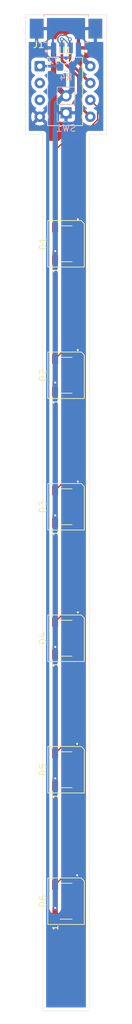
<source format=kicad_pcb>
(kicad_pcb (version 20241229) (generator "pcbnew") (generator_version "9.0")
  (layers (0 "F.Cu" signal) (2 "B.Cu" signal) (13 "F.Paste" user) (15 "B.Paste" user) (5 "F.SilkS" user "F.Silkscreen") (7 "B.SilkS" user "B.Silkscreen") (1 "F.Mask" user) (3 "B.Mask" user) (25 "Edge.Cuts" user))
  (net 0 "")
  (net 1 "Net-(D1-DOUT)")
  (net 2 "+5V")
  (net 3 "DIN")
  (net 4 "GND")
  (net 5 "Net-(D2-DOUT)")
  (net 6 "Net-(D3-DOUT)")
  (net 7 "Net-(D4-DOUT)")
  (net 8 "Net-(D5-DOUT)")
  (net 9 "SCL")
  (net 10 "SDA")
  (net 11 "Net-(U1-~{RESET}{slash}PB5)")
  (footprint "LED_SMD:LED_WS2812B_PLCC4_5.0x5.0mm_P3.2mm" (layer "F.Cu") (at 40.125 145.7 90)
    (property "Reference" "D5" (at 0 -3.5 90) (layer "F.SilkS"))
    (property "Value" "WS2812B")
    (fp_line (start -3.5 -2.75) (end 3.5 -2.75) (stroke (width 0.12)) (layer "F.SilkS"))
    (fp_line (start -3.5 -2.75) (end -3.5 2.75) (stroke (width 0.12)) (layer "F.SilkS"))
    (fp_line (start 2.7 0.9) (end 2.7 -0.9) (stroke (width 0.12)) (layer "F.SilkS"))
    (fp_line (start -2.7 0.9) (end -2.7 -0.9) (stroke (width 0.12)) (layer "F.SilkS"))
    (fp_line (start 3.5 2.3) (end 3.5 -2.75) (stroke (width 0.12)) (layer "F.SilkS"))
    (fp_line (start 3.05 2.75) (end 3.5 2.3) (stroke (width 0.12)) (layer "F.SilkS"))
    (fp_line (start -3.5 2.75) (end 3.05 2.75) (stroke (width 0.12)) (layer "F.SilkS"))
    (fp_text user "1" (at -4 -1.6 90) (layer "F.SilkS") (effects (font (size 0.8 0.8))))
    (pad "1" smd roundrect (at -2.45 -1.65 90) (size 1.5 0.9) (layers "F.Cu" "F.Mask" "F.Paste") (roundrect_rratio 0.1) (net 2 "+5V"))
    (pad "2" smd roundrect (at -2.45 1.65 90) (size 1.5 0.9) (layers "F.Cu" "F.Mask" "F.Paste") (roundrect_rratio 0.1) (net 8 "Net-(D5-DOUT)"))
    (pad "3" smd roundrect (at 2.45 1.65 90) (size 1.5 0.9) (layers "F.Cu" "F.Mask" "F.Paste") (roundrect_rratio 0.1) (net 4 "GND"))
    (pad "4" smd roundrect (at 2.45 -1.65 90) (size 1.5 0.9) (layers "F.Cu" "F.Mask" "F.Paste") (roundrect_rratio 0.1) (net 7 "Net-(D4-DOUT)"))
  )
  (footprint "LED_SMD:LED_WS2812B_PLCC4_5.0x5.0mm_P3.2mm" (layer "F.Cu") (at 40.125 66.5 90)
    (property "Reference" "D1" (at 0 -3.5 90) (layer "F.SilkS"))
    (property "Value" "WS2812B")
    (fp_line (start -3.5 -2.75) (end 3.5 -2.75) (stroke (width 0.12)) (layer "F.SilkS"))
    (fp_line (start -3.5 -2.75) (end -3.5 2.75) (stroke (width 0.12)) (layer "F.SilkS"))
    (fp_line (start 2.7 0.9) (end 2.7 -0.9) (stroke (width 0.12)) (layer "F.SilkS"))
    (fp_line (start -2.7 0.9) (end -2.7 -0.9) (stroke (width 0.12)) (layer "F.SilkS"))
    (fp_line (start 3.5 2.3) (end 3.5 -2.75) (stroke (width 0.12)) (layer "F.SilkS"))
    (fp_line (start 3.05 2.75) (end 3.5 2.3) (stroke (width 0.12)) (layer "F.SilkS"))
    (fp_line (start -3.5 2.75) (end 3.05 2.75) (stroke (width 0.12)) (layer "F.SilkS"))
    (fp_text user "1" (at -4 -1.6 90) (layer "F.SilkS") (effects (font (size 0.8 0.8))))
    (pad "1" smd roundrect (at -2.45 -1.65 90) (size 1.5 0.9) (layers "F.Cu" "F.Mask" "F.Paste") (roundrect_rratio 0.1) (net 2 "+5V"))
    (pad "2" smd roundrect (at -2.45 1.65 90) (size 1.5 0.9) (layers "F.Cu" "F.Mask" "F.Paste") (roundrect_rratio 0.1) (net 1 "Net-(D1-DOUT)"))
    (pad "3" smd roundrect (at 2.45 1.65 90) (size 1.5 0.9) (layers "F.Cu" "F.Mask" "F.Paste") (roundrect_rratio 0.1) (net 4 "GND"))
    (pad "4" smd roundrect (at 2.45 -1.65 90) (size 1.5 0.9) (layers "F.Cu" "F.Mask" "F.Paste") (roundrect_rratio 0.1) (net 3 "DIN"))
  )
  (footprint "LED_SMD:LED_WS2812B_PLCC4_5.0x5.0mm_P3.2mm" (layer "F.Cu") (at 40.125 86.3 90)
    (property "Reference" "D2" (at 0 -3.5 90) (layer "F.SilkS"))
    (property "Value" "WS2812B")
    (fp_line (start -3.5 -2.75) (end 3.5 -2.75) (stroke (width 0.12)) (layer "F.SilkS"))
    (fp_line (start -3.5 -2.75) (end -3.5 2.75) (stroke (width 0.12)) (layer "F.SilkS"))
    (fp_line (start 2.7 0.9) (end 2.7 -0.9) (stroke (width 0.12)) (layer "F.SilkS"))
    (fp_line (start -2.7 0.9) (end -2.7 -0.9) (stroke (width 0.12)) (layer "F.SilkS"))
    (fp_line (start 3.5 2.3) (end 3.5 -2.75) (stroke (width 0.12)) (layer "F.SilkS"))
    (fp_line (start 3.05 2.75) (end 3.5 2.3) (stroke (width 0.12)) (layer "F.SilkS"))
    (fp_line (start -3.5 2.75) (end 3.05 2.75) (stroke (width 0.12)) (layer "F.SilkS"))
    (fp_text user "1" (at -4 -1.6 90) (layer "F.SilkS") (effects (font (size 0.8 0.8))))
    (pad "1" smd roundrect (at -2.45 -1.65 90) (size 1.5 0.9) (layers "F.Cu" "F.Mask" "F.Paste") (roundrect_rratio 0.1) (net 2 "+5V"))
    (pad "2" smd roundrect (at -2.45 1.65 90) (size 1.5 0.9) (layers "F.Cu" "F.Mask" "F.Paste") (roundrect_rratio 0.1) (net 5 "Net-(D2-DOUT)"))
    (pad "3" smd roundrect (at 2.45 1.65 90) (size 1.5 0.9) (layers "F.Cu" "F.Mask" "F.Paste") (roundrect_rratio 0.1) (net 4 "GND"))
    (pad "4" smd roundrect (at 2.45 -1.65 90) (size 1.5 0.9) (layers "F.Cu" "F.Mask" "F.Paste") (roundrect_rratio 0.1) (net 1 "Net-(D1-DOUT)"))
  )
  (footprint "Package_DIP:DIP-8_W7.62mm" (layer "F.Cu") (at 36.1675 39.75)
    (property "Reference" "U1" (at 3.81 -2.33 0) (layer "F.SilkS"))
    (property "Value" "ATtiny85-20P")
    (fp_line (start 1.16 -1.33) (end 1.16 8.95) (stroke (width 0.12)) (layer "F.SilkS"))
    (fp_line (start 1.16 8.95) (end 6.46 8.95) (stroke (width 0.12)) (layer "F.SilkS"))
    (fp_line (start 2.81 -1.33) (end 1.16 -1.33) (stroke (width 0.12)) (layer "F.SilkS"))
    (fp_line (start 6.46 -1.33) (end 4.81 -1.33) (stroke (width 0.12)) (layer "F.SilkS"))
    (fp_line (start 6.46 8.95) (end 6.46 -1.33) (stroke (width 0.12)) (layer "F.SilkS"))
    (fp_arc (start 4.81 -1.33) (mid 3.81 -0.33) (end 2.81 -1.33) (stroke (width 0.12)) (layer "F.SilkS"))
    (pad "1" thru_hole roundrect (at 0 0) (size 1.6 1.6) (drill 0.8) (layers "*.Cu" "*.Mask") (roundrect_rratio 0.15625) (net 11 "Net-(U1-~{RESET}{slash}PB5)"))
    (pad "2" thru_hole circle (at 0 2.54) (size 1.6 1.6) (drill 0.8) (layers "*.Cu" "*.Mask"))
    (pad "3" thru_hole circle (at 0 5.08) (size 1.6 1.6) (drill 0.8) (layers "*.Cu" "*.Mask"))
    (pad "4" thru_hole circle (at 0 7.62) (size 1.6 1.6) (drill 0.8) (layers "*.Cu" "*.Mask") (net 4 "GND"))
    (pad "5" thru_hole circle (at 7.62 7.62) (size 1.6 1.6) (drill 0.8) (layers "*.Cu" "*.Mask") (net 10 "SDA"))
    (pad "6" thru_hole circle (at 7.62 5.08) (size 1.6 1.6) (drill 0.8) (layers "*.Cu" "*.Mask") (net 3 "DIN"))
    (pad "7" thru_hole circle (at 7.62 2.54) (size 1.6 1.6) (drill 0.8) (layers "*.Cu" "*.Mask") (net 9 "SCL"))
    (pad "8" thru_hole circle (at 7.62 0) (size 1.6 1.6) (drill 0.8) (layers "*.Cu" "*.Mask") (net 2 "+5V"))
  )
  (footprint "LED_SMD:LED_WS2812B_PLCC4_5.0x5.0mm_P3.2mm" (layer "F.Cu") (at 40.125 165.5 90)
    (property "Reference" "D6" (at 0 -3.5 90) (layer "F.SilkS"))
    (property "Value" "WS2812B")
    (fp_line (start -3.5 -2.75) (end 3.5 -2.75) (stroke (width 0.12)) (layer "F.SilkS"))
    (fp_line (start -3.5 -2.75) (end -3.5 2.75) (stroke (width 0.12)) (layer "F.SilkS"))
    (fp_line (start 2.7 0.9) (end 2.7 -0.9) (stroke (width 0.12)) (layer "F.SilkS"))
    (fp_line (start -2.7 0.9) (end -2.7 -0.9) (stroke (width 0.12)) (layer "F.SilkS"))
    (fp_line (start 3.5 2.3) (end 3.5 -2.75) (stroke (width 0.12)) (layer "F.SilkS"))
    (fp_line (start 3.05 2.75) (end 3.5 2.3) (stroke (width 0.12)) (layer "F.SilkS"))
    (fp_line (start -3.5 2.75) (end 3.05 2.75) (stroke (width 0.12)) (layer "F.SilkS"))
    (fp_text user "1" (at -4 -1.6 90) (layer "F.SilkS") (effects (font (size 0.8 0.8))))
    (pad "1" smd roundrect (at -2.45 -1.65 90) (size 1.5 0.9) (layers "F.Cu" "F.Mask" "F.Paste") (roundrect_rratio 0.1) (net 2 "+5V"))
    (pad "2" smd roundrect (at -2.45 1.65 90) (size 1.5 0.9) (layers "F.Cu" "F.Mask" "F.Paste") (roundrect_rratio 0.1))
    (pad "3" smd roundrect (at 2.45 1.65 90) (size 1.5 0.9) (layers "F.Cu" "F.Mask" "F.Paste") (roundrect_rratio 0.1) (net 4 "GND"))
    (pad "4" smd roundrect (at 2.45 -1.65 90) (size 1.5 0.9) (layers "F.Cu" "F.Mask" "F.Paste") (roundrect_rratio 0.1) (net 8 "Net-(D5-DOUT)"))
  )
  (footprint "LED_SMD:LED_WS2812B_PLCC4_5.0x5.0mm_P3.2mm" (layer "F.Cu") (at 40.125 125.9 90)
    (property "Reference" "D4" (at 0 -3.5 90) (layer "F.SilkS"))
    (property "Value" "WS2812B")
    (fp_line (start -3.5 -2.75) (end 3.5 -2.75) (stroke (width 0.12)) (layer "F.SilkS"))
    (fp_line (start -3.5 -2.75) (end -3.5 2.75) (stroke (width 0.12)) (layer "F.SilkS"))
    (fp_line (start 2.7 0.9) (end 2.7 -0.9) (stroke (width 0.12)) (layer "F.SilkS"))
    (fp_line (start -2.7 0.9) (end -2.7 -0.9) (stroke (width 0.12)) (layer "F.SilkS"))
    (fp_line (start 3.5 2.3) (end 3.5 -2.75) (stroke (width 0.12)) (layer "F.SilkS"))
    (fp_line (start 3.05 2.75) (end 3.5 2.3) (stroke (width 0.12)) (layer "F.SilkS"))
    (fp_line (start -3.5 2.75) (end 3.05 2.75) (stroke (width 0.12)) (layer "F.SilkS"))
    (fp_text user "1" (at -4 -1.6 90) (layer "F.SilkS") (effects (font (size 0.8 0.8))))
    (pad "1" smd roundrect (at -2.45 -1.65 90) (size 1.5 0.9) (layers "F.Cu" "F.Mask" "F.Paste") (roundrect_rratio 0.1) (net 2 "+5V"))
    (pad "2" smd roundrect (at -2.45 1.65 90) (size 1.5 0.9) (layers "F.Cu" "F.Mask" "F.Paste") (roundrect_rratio 0.1) (net 7 "Net-(D4-DOUT)"))
    (pad "3" smd roundrect (at 2.45 1.65 90) (size 1.5 0.9) (layers "F.Cu" "F.Mask" "F.Paste") (roundrect_rratio 0.1) (net 4 "GND"))
    (pad "4" smd roundrect (at 2.45 -1.65 90) (size 1.5 0.9) (layers "F.Cu" "F.Mask" "F.Paste") (roundrect_rratio 0.1) (net 6 "Net-(D3-DOUT)"))
  )
  (footprint "0532610471:MOLEX_0532610471" (layer "F.Cu") (at 40.125 37 180)
    (property "Reference" "J1" (at 4.125 0.5 0) (layer "F.SilkS") (effects (font (size 1.001787 1.001787))))
    (property "Value" "0532610471")
    (fp_line (start 3.375 5) (end 3.375 4.725) (stroke (width 0.127)) (layer "F.SilkS"))
    (fp_line (start 3.375 0.8) (end 3.375 1) (stroke (width 0.127)) (layer "F.SilkS"))
    (fp_line (start 2.65 0.8) (end 3.375 0.8) (stroke (width 0.127)) (layer "F.SilkS"))
    (fp_line (start -2.65 0.8) (end -3.375 0.8) (stroke (width 0.127)) (layer "F.SilkS"))
    (fp_line (start -3.375 5) (end 3.375 5) (stroke (width 0.127)) (layer "F.SilkS"))
    (fp_line (start -3.375 5) (end -3.375 4.725) (stroke (width 0.127)) (layer "F.SilkS"))
    (fp_line (start -3.375 0.8) (end -3.375 1) (stroke (width 0.127)) (layer "F.SilkS"))
    (fp_circle (center -3.015 -0.5) (end -2.895 -0.5) (stroke (width 0.24)) (fill no) (layer "F.SilkS"))
    (pad "1" smd rect (at -1.875 0 180) (size 0.8 1.6) (layers "F.Cu" "F.Mask" "F.Paste") (net 4 "GND"))
    (pad "2" smd rect (at -0.625 0 180) (size 0.8 1.6) (layers "F.Cu" "F.Mask" "F.Paste") (net 9 "SCL"))
    (pad "3" smd rect (at 0.625 0 180) (size 0.8 1.6) (layers "F.Cu" "F.Mask" "F.Paste") (net 10 "SDA"))
    (pad "4" smd rect (at 1.875 0 180) (size 0.8 1.6) (layers "F.Cu" "F.Mask" "F.Paste") (net 2 "+5V"))
    (pad "S1" smd rect (at -4.425 2.9 180) (size 2.1 3) (layers "F.Cu" "F.Mask" "F.Paste") (net 4 "GND"))
    (pad "S2" smd rect (at 4.425 2.9 180) (size 2.1 3) (layers "F.Cu" "F.Mask" "F.Paste") (net 4 "GND"))
  )
  (footprint "LED_SMD:LED_WS2812B_PLCC4_5.0x5.0mm_P3.2mm" (layer "F.Cu") (at 40.125 106.1 90)
    (property "Reference" "D3" (at 0 -3.5 90) (layer "F.SilkS"))
    (property "Value" "WS2812B")
    (fp_line (start -3.5 -2.75) (end 3.5 -2.75) (stroke (width 0.12)) (layer "F.SilkS"))
    (fp_line (start -3.5 -2.75) (end -3.5 2.75) (stroke (width 0.12)) (layer "F.SilkS"))
    (fp_line (start 2.7 0.9) (end 2.7 -0.9) (stroke (width 0.12)) (layer "F.SilkS"))
    (fp_line (start -2.7 0.9) (end -2.7 -0.9) (stroke (width 0.12)) (layer "F.SilkS"))
    (fp_line (start 3.5 2.3) (end 3.5 -2.75) (stroke (width 0.12)) (layer "F.SilkS"))
    (fp_line (start 3.05 2.75) (end 3.5 2.3) (stroke (width 0.12)) (layer "F.SilkS"))
    (fp_line (start -3.5 2.75) (end 3.05 2.75) (stroke (width 0.12)) (layer "F.SilkS"))
    (fp_text user "1" (at -4 -1.6 90) (layer "F.SilkS") (effects (font (size 0.8 0.8))))
    (pad "1" smd roundrect (at -2.45 -1.65 90) (size 1.5 0.9) (layers "F.Cu" "F.Mask" "F.Paste") (roundrect_rratio 0.1) (net 2 "+5V"))
    (pad "2" smd roundrect (at -2.45 1.65 90) (size 1.5 0.9) (layers "F.Cu" "F.Mask" "F.Paste") (roundrect_rratio 0.1) (net 6 "Net-(D3-DOUT)"))
    (pad "3" smd roundrect (at 2.45 1.65 90) (size 1.5 0.9) (layers "F.Cu" "F.Mask" "F.Paste") (roundrect_rratio 0.1) (net 4 "GND"))
    (pad "4" smd roundrect (at 2.45 -1.65 90) (size 1.5 0.9) (layers "F.Cu" "F.Mask" "F.Paste") (roundrect_rratio 0.1) (net 5 "Net-(D2-DOUT)"))
  )
  (footprint "Connector_PinHeader_2.54mm:PinHeader_1x02_P2.54mm_Vertical" (layer "B.Cu") (at 40.125 46.775)
    (property "Reference" "SW1" (at 0 2.33 0) (layer "B.SilkS") (effects (justify mirror)))
    (property "Value" "SW_Push")
    (fp_line (start -1.33 -3.87) (end 1.33 -3.87) (stroke (width 0.12)) (layer "B.SilkS"))
    (fp_line (start -1.33 -1.27) (end -1.33 -3.87) (stroke (width 0.12)) (layer "B.SilkS"))
    (fp_line (start -1.33 -1.27) (end 1.33 -1.27) (stroke (width 0.12)) (layer "B.SilkS"))
    (fp_line (start -1.33 0) (end -1.33 1.33) (stroke (width 0.12)) (layer "B.SilkS"))
    (fp_line (start -1.33 1.33) (end 0 1.33) (stroke (width 0.12)) (layer "B.SilkS"))
    (fp_line (start 1.33 -1.27) (end 1.33 -3.87) (stroke (width 0.12)) (layer "B.SilkS"))
    (pad "1" thru_hole rect (at 0 0) (size 1.7 1.7) (drill 1) (layers "*.Cu" "*.Mask") (net 4 "GND"))
    (pad "2" thru_hole oval (at 0 -2.54) (size 1.7 1.7) (drill 1) (layers "*.Cu" "*.Mask") (net 2 "+5V"))
  )
  (footprint "Resistor_SMD:R_0805_2012Metric" (layer "B.Cu") (at 40.125 39.75)
    (property "Reference" "R4" (at 0 1.65 0) (layer "B.SilkS") (effects (justify mirror)))
    (property "Value" "10k")
    (fp_line (start -0.227064 -0.735) (end 0.227064 -0.735) (stroke (width 0.12)) (layer "B.SilkS"))
    (fp_line (start -0.227064 0.735) (end 0.227064 0.735) (stroke (width 0.12)) (layer "B.SilkS"))
    (pad "1" smd roundrect (at -0.9125 0) (size 1.025 1.4) (layers "B.Cu" "B.Mask" "B.Paste") (roundrect_rratio 0.243902) (net 11 "Net-(U1-~{RESET}{slash}PB5)"))
    (pad "2" smd roundrect (at 0.9125 0) (size 1.025 1.4) (layers "B.Cu" "B.Mask" "B.Paste") (roundrect_rratio 0.243902) (net 2 "+5V"))
  )
  (footprint "0532610471:MOLEX_0532610471" (layer "B.Cu") (at 40.125 37)
    (property "Reference" "J2" (at -1.908395 1.908405 0) (layer "B.SilkS") (effects (font (size 1.001787 1.001787)) (justify mirror)))
    (property "Value" "0532610471")
    (fp_line (start -3.375 -5) (end -3.375 -4.725) (stroke (width 0.127)) (layer "B.SilkS"))
    (fp_line (start -3.375 -5) (end 3.375 -5) (stroke (width 0.127)) (layer "B.SilkS"))
    (fp_line (start -3.375 -0.8) (end -3.375 -1) (stroke (width 0.127)) (layer "B.SilkS"))
    (fp_line (start -2.65 -0.8) (end -3.375 -0.8) (stroke (width 0.127)) (layer "B.SilkS"))
    (fp_line (start 2.65 -0.8) (end 3.375 -0.8) (stroke (width 0.127)) (layer "B.SilkS"))
    (fp_line (start 3.375 -5) (end 3.375 -4.725) (stroke (width 0.127)) (layer "B.SilkS"))
    (fp_line (start 3.375 -0.8) (end 3.375 -1) (stroke (width 0.127)) (layer "B.SilkS"))
    (fp_circle (center -3.015 0.5) (end -2.895 0.5) (stroke (width 0.24)) (fill no) (layer "B.SilkS"))
    (pad "1" smd rect (at -1.875 0) (size 0.8 1.6) (layers "B.Cu" "B.Mask" "B.Paste") (net 4 "GND"))
    (pad "2" smd rect (at -0.625 0) (size 0.8 1.6) (layers "B.Cu" "B.Mask" "B.Paste") (net 9 "SCL"))
    (pad "3" smd rect (at 0.625 0) (size 0.8 1.6) (layers "B.Cu" "B.Mask" "B.Paste") (net 10 "SDA"))
    (pad "4" smd rect (at 1.875 0) (size 0.8 1.6) (layers "B.Cu" "B.Mask" "B.Paste") (net 2 "+5V"))
    (pad "S1" smd rect (at -4.425 -2.9) (size 2.1 3) (layers "B.Cu" "B.Mask" "B.Paste") (net 4 "GND"))
    (pad "S2" smd rect (at 4.425 -2.9) (size 2.1 3) (layers "B.Cu" "B.Mask" "B.Paste") (net 4 "GND"))
  )
  (gr_line (start 34 32) (end 34 50) (stroke (width 0.05)) (layer "Edge.Cuts"))
  (gr_line (start 36.625 182) (end 43.625 182) (stroke (width 0.05)) (layer "Edge.Cuts"))
  (gr_line (start 46.25 32) (end 46.25 50) (stroke (width 0.05)) (layer "Edge.Cuts"))
  (gr_line (start 34 50) (end 36.625 50) (stroke (width 0.05)) (layer "Edge.Cuts"))
  (gr_line (start 36.625 50) (end 36.625 182) (stroke (width 0.05)) (layer "Edge.Cuts"))
  (gr_line (start 34 32) (end 46.25 32) (stroke (width 0.05)) (layer "Edge.Cuts"))
  (gr_line (start 43.625 50) (end 43.625 182) (stroke (width 0.05)) (layer "Edge.Cuts"))
  (gr_line (start 46.25 50) (end 43.625 50) (stroke (width 0.05)) (layer "Edge.Cuts"))
  (segment (start 41.775 80.55) (end 38.475 83.85) (width 0.2) (layer "F.Cu") (net 1))
  (segment (start 41.775 68.95) (end 41.775 80.55) (width 0.2) (layer "F.Cu") (net 1))
  (segment (start 38.475 108.55) (end 38.475 107.425) (width 0.8) (layer "F.Cu") (net 2))
  (segment (start 38.475 107.425) (end 38.5 107.4) (width 0.8) (layer "F.Cu") (net 2))
  (segment (start 38.475 127.225) (end 38.5 127.2) (width 0.8) (layer "F.Cu") (net 2))
  (segment (start 40.125 44.235) (end 38.25 42.36) (width 0.8) (layer "F.Cu") (net 2))
  (segment (start 38.475 147.025) (end 38.5 147) (width 0.8) (layer "F.Cu") (net 2))
  (segment (start 38.25 42.36) (end 38.25 37) (width 0.8) (layer "F.Cu") (net 2))
  (segment (start 38.475 128.35) (end 38.475 127.225) (width 0.8) (layer "F.Cu") (net 2))
  (segment (start 38.475 166.525) (end 38.5 166.5) (width 0.8) (layer "F.Cu") (net 2))
  (segment (start 38.475 88.75) (end 38.475 87.425) (width 0.8) (layer "F.Cu") (net 2))
  (segment (start 38.475 68.95) (end 38.475 67.625) (width 0.8) (layer "F.Cu") (net 2))
  (segment (start 38.475 87.425) (end 38.5 87.4) (width 0.8) (layer "F.Cu") (net 2))
  (segment (start 38.475 67.625) (end 38.5 67.6) (width 0.8) (layer "F.Cu") (net 2))
  (segment (start 38.475 148.15) (end 38.475 147.025) (width 0.8) (layer "F.Cu") (net 2))
  (segment (start 38.475 167.95) (end 38.475 166.525) (width 0.8) (layer "F.Cu") (net 2))
  (via (at 38.5 107.4) (size 0.6) (drill 0.3) (layers "F.Cu" "B.Cu") (net 2))
  (via (at 38.5 87.4) (size 0.6) (drill 0.3) (layers "F.Cu" "B.Cu") (net 2))
  (via (at 38.5 127.2) (size 0.6) (drill 0.3) (layers "F.Cu" "B.Cu") (net 2))
  (via (at 38.5 166.5) (size 0.6) (drill 0.3) (layers "F.Cu" "B.Cu") (net 2))
  (via (at 38.5 67.6) (size 0.6) (drill 0.3) (layers "F.Cu" "B.Cu") (net 2))
  (via (at 38.5 147) (size 0.6) (drill 0.3) (layers "F.Cu" "B.Cu") (net 2))
  (segment (start 41.0375 39.75) (end 42 38.7875) (width 0.8) (layer "B.Cu") (net 2))
  (segment (start 38.674 45.324) (end 38.674 48.899794) (width 0.8) (layer "B.Cu") (net 2))
  (segment (start 42 38.7875) (end 42 37) (width 0.8) (layer "B.Cu") (net 2))
  (segment (start 38.674 48.899794) (end 38.5 49.073794) (width 0.8) (layer "B.Cu") (net 2))
  (segment (start 38.5 127.2) (end 38.5 147) (width 0.8) (layer "B.Cu") (net 2))
  (segment (start 38.5 67.6) (end 38.5 87.4) (width 0.8) (layer "B.Cu") (net 2))
  (segment (start 39.763 44.235) (end 38.674 45.324) (width 0.8) (layer "B.Cu") (net 2))
  (segment (start 40.125 44.235) (end 39.763 44.235) (width 0.8) (layer "B.Cu") (net 2))
  (segment (start 41.0375 39.75) (end 41.0375 43.3225) (width 0.8) (layer "B.Cu") (net 2))
  (segment (start 42 37) (end 42 37.9625) (width 0.8) (layer "B.Cu") (net 2))
  (segment (start 38.5 87.4) (end 38.5 107.4) (width 0.8) (layer "B.Cu") (net 2))
  (segment (start 42 37.9625) (end 43.7875 39.75) (width 0.8) (layer "B.Cu") (net 2))
  (segment (start 41.0375 43.3225) (end 40.125 44.235) (width 0.8) (layer "B.Cu") (net 2))
  (segment (start 38.5 49.073794) (end 38.5 67.6) (width 0.8) (layer "B.Cu") (net 2))
  (segment (start 38.5 107.4) (end 38.5 127.2) (width 0.8) (layer "B.Cu") (net 2))
  (segment (start 38.5 147) (end 38.5 166.5) (width 0.8) (layer "B.Cu") (net 2))
  (segment (start 38.475 52.425058) (end 38.475 64.05) (width 0.2) (layer "F.Cu") (net 3))
  (segment (start 43.31555 49.399) (end 41.501058 49.399) (width 0.2) (layer "F.Cu") (net 3))
  (segment (start 44.8885 47.82605) (end 43.31555 49.399) (width 0.2) (layer "F.Cu") (net 3))
  (segment (start 41.501058 49.399) (end 38.475 52.425058) (width 0.2) (layer "F.Cu") (net 3))
  (segment (start 43.7875 44.83) (end 44.8885 45.931) (width 0.2) (layer "F.Cu") (net 3))
  (segment (start 44.8885 45.931) (end 44.8885 47.82605) (width 0.2) (layer "F.Cu") (net 3))
  (segment (start 41.775 123.45) (end 41.775 122.125) (width 0.2) (layer "F.Cu") (net 4))
  (segment (start 41.775 122.125) (end 41.9 122) (width 0.2) (layer "F.Cu") (net 4))
  (segment (start 41.775 143.25) (end 41.775 141.825) (width 0.2) (layer "F.Cu") (net 4))
  (segment (start 41.775 83.85) (end 41.775 82.625) (width 0.2) (layer "F.Cu") (net 4))
  (segment (start 41.775 103.65) (end 41.775 102.425) (width 0.2) (layer "F.Cu") (net 4))
  (segment (start 41.775 64.05) (end 41.775 62.925) (width 0.2) (layer "F.Cu") (net 4))
  (segment (start 41.775 62.925) (end 41.9 62.8) (width 0.2) (layer "F.Cu") (net 4))
  (segment (start 41.775 82.625) (end 41.9 82.5) (width 0.2) (layer "F.Cu") (net 4))
  (segment (start 41.775 161.625) (end 41.8 161.6) (width 0.2) (layer "F.Cu") (net 4))
  (segment (start 41.775 141.825) (end 41.8 141.8) (width 0.2) (layer "F.Cu") (net 4))
  (segment (start 41.775 102.425) (end 41.9 102.3) (width 0.2) (layer "F.Cu") (net 4))
  (segment (start 41.775 163.05) (end 41.775 161.625) (width 0.2) (layer "F.Cu") (net 4))
  (via (at 41.9 102.3) (size 0.6) (drill 0.3) (layers "F.Cu" "B.Cu") (net 4))
  (via (at 41.9 62.8) (size 0.6) (drill 0.3) (layers "F.Cu" "B.Cu") (net 4))
  (via (at 41.8 141.8) (size 0.6) (drill 0.3) (layers "F.Cu" "B.Cu") (net 4))
  (via (at 41.9 82.5) (size 0.6) (drill 0.3) (layers "F.Cu" "B.Cu") (net 4))
  (via (at 41.8 161.6) (size 0.6) (drill 0.3) (layers "F.Cu" "B.Cu") (net 4))
  (via (at 41.9 122) (size 0.6) (drill 0.3) (layers "F.Cu" "B.Cu") (net 4))
  (segment (start 41.775 100.35) (end 38.475 103.65) (width 0.2) (layer "F.Cu") (net 5))
  (segment (start 41.775 88.75) (end 41.775 100.35) (width 0.2) (layer "F.Cu") (net 5))
  (segment (start 41.775 108.55) (end 41.775 120.15) (width 0.2) (layer "F.Cu") (net 6))
  (segment (start 41.775 120.15) (end 38.475 123.45) (width 0.2) (layer "F.Cu") (net 6))
  (segment (start 41.775 128.35) (end 41.775 139.95) (width 0.2) (layer "F.Cu") (net 7))
  (segment (start 41.775 139.95) (end 38.475 143.25) (width 0.2) (layer "F.Cu") (net 7))
  (segment (start 41.775 148.15) (end 41.775 159.75) (width 0.2) (layer "F.Cu") (net 8))
  (segment (start 41.775 159.75) (end 38.475 163.05) (width 0.2) (layer "F.Cu") (net 8))
  (segment (start 40.7 36.95) (end 40.75 37) (width 0.2) (layer "F.Cu") (net 9))
  (segment (start 40.75 39.2525) (end 40.75 37) (width 0.4) (layer "F.Cu") (net 9))
  (segment (start 43.7875 42.29) (end 40.75 39.2525) (width 0.4) (layer "F.Cu") (net 9))
  (segment (start 40.7 35.699998) (end 40.7 36.95) (width 0.2) (layer "F.Cu") (net 9))
  (via (at 40.7 35.699998) (size 0.6) (drill 0.3) (layers "F.Cu" "B.Cu") (net 9))
  (segment (start 38.899 35.999) (end 38.899 35.451055) (width 0.2) (layer "B.Cu") (net 9))
  (segment (start 39.5 37) (end 39.5 36.6) (width 0.2) (layer "B.Cu") (net 9))
  (segment (start 39.251057 35.098998) (end 40.099 35.098998) (width 0.2) (layer "B.Cu") (net 9))
  (segment (start 39.5 36.6) (end 38.899 35.999) (width 0.2) (layer "B.Cu") (net 9))
  (segment (start 40.099 35.098998) (end 40.7 35.699998) (width 0.2) (layer "B.Cu") (net 9))
  (segment (start 38.899 35.451055) (end 39.251057 35.098998) (width 0.2) (layer "B.Cu") (net 9))
  (segment (start 39.5 37) (end 39.5 38.852442) (width 0.4) (layer "F.Cu") (net 10))
  (segment (start 42 45.5825) (end 43.7875 47.37) (width 0.4) (layer "F.Cu") (net 10))
  (segment (start 39.5 38.852442) (end 42 41.352442) (width 0.4) (layer "F.Cu") (net 10))
  (segment (start 42 41.352442) (end 42 45.5825) (width 0.4) (layer "F.Cu") (net 10))
  (segment (start 39.5 35.699998) (end 39.5 37) (width 0.2) (layer "F.Cu") (net 10))
  (via (at 39.5 35.699998) (size 0.6) (drill 0.3) (layers "F.Cu" "B.Cu") (net 10))
  (segment (start 39.849998 35.699998) (end 39.5 35.699998) (width 0.2) (layer "B.Cu") (net 10))
  (segment (start 40.75 36.6) (end 39.849998 35.699998) (width 0.2) (layer "B.Cu") (net 10))
  (segment (start 40.75 37) (end 40.75 36.6) (width 0.2) (layer "B.Cu") (net 10))
  (segment (start 39.2125 39.75) (end 36.1675 39.75) (width 0.4) (layer "B.Cu") (net 11))
  (zone (net 4) (net_name "GND") (layer "F.Cu") (connect_pads (clearance 0.5)) (min_thickness 0.25) (fill yes (thermal_gap 0.5) (thermal_bridge_width 0.5))
    (polygon (pts (xy 33 31) (xy 47 31) (xy 47 51) (xy 43 51) (xy 37 51) (xy 33 51)))
  )
  (zone (net 4) (net_name "GND") (layer "B.Cu") (priority 1) (connect_pads (clearance 0.5)) (min_thickness 0.25) (fill yes (thermal_gap 0.5) (thermal_bridge_width 0.5))
    (polygon (pts (xy 33 31) (xy 47 31) (xy 47 51) (xy 43.15 51) (xy 37.15 51) (xy 33 51)))
  )
  (zone (net 4) (net_name "GND") (layer "B.Cu") (priority 2) (connect_pads (clearance 0.5)) (min_thickness 0.25) (fill yes (thermal_gap 0.5) (thermal_bridge_width 0.5))
    (polygon (pts (xy 45 51.5) (xy 45 184) (xy 35 184) (xy 35 50.5) (xy 45 50.5)))
  )
)
</source>
